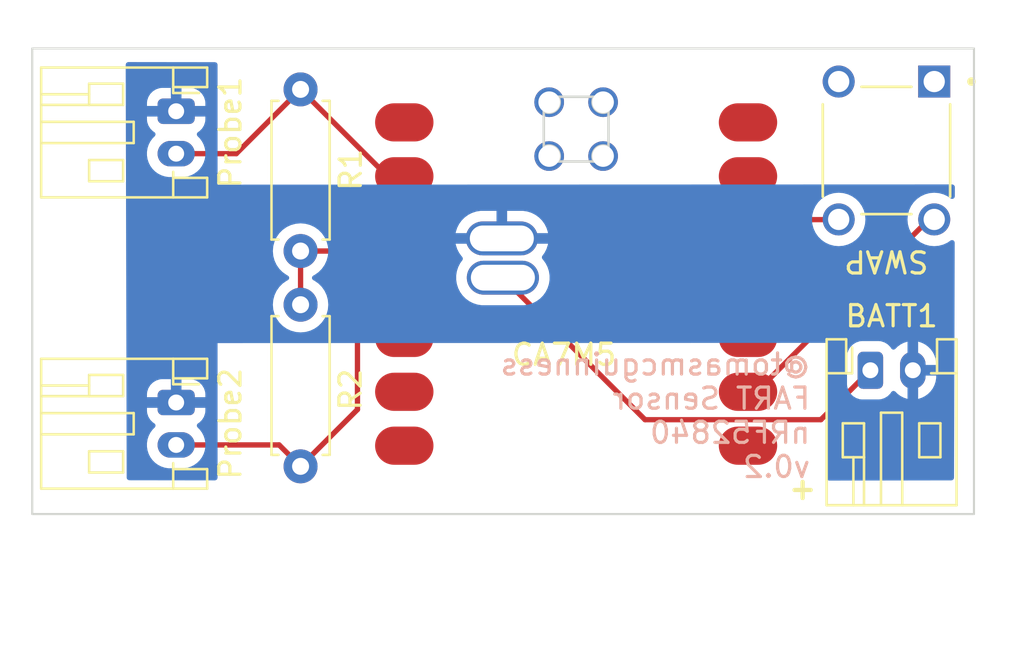
<source format=kicad_pcb>
(kicad_pcb (version 20240108) (generator "pcbnew") (generator_version "8.0")
  (title_block (title "XIAO nRF52840 FART Sensor") (rev "0.2") (company "Cold Bear Ltd"))
  (layers (0 "F.Cu" signal) (31 "B.Cu" signal) (34 "B.Paste" user) (35 "F.Paste" user) (36 "B.SilkS" user "B.Silkscreen") (37 "F.SilkS" user "F.Silkscreen") (38 "B.Mask" user) (39 "F.Mask" user) (44 "Edge.Cuts" user))
  (net 0 "")
  (net 7 "+BATT")
  (net 9 "/reset")
  (net 11 "GND")
  (net 12 "+3.3V")
  (net 13 "/p1reading")
  (net 14 "/p2reading")
  (net 16 "/dividerPower")
  (net 22 "unconnected-(U1-GND-Pad13)")
  (footprint "Connector_JST:JST_PH_S2B-PH-K_1x02_P2.00mm_Horizontal" (layer "F.Cu") (at 60.66 65.66 -90)
    (property "Reference" "Probe2" (at 1 -2.55 90) (layer "F.SilkS"))
    (property "Value" "Conn_01x02_Pin")
    (fp_line (start -2.06 6.36) (end 4.06 6.36) (stroke (width 0.12)) (layer "F.SilkS"))
    (fp_line (start 0.5 6.36) (end 0.5 2) (stroke (width 0.12)) (layer "F.SilkS"))
    (fp_line (start 4.06 6.36) (end 4.06 -1.46) (stroke (width 0.12)) (layer "F.SilkS"))
    (fp_line (start -1.3 4.1) (end -0.3 4.1) (stroke (width 0.12)) (layer "F.SilkS"))
    (fp_line (start -0.8 4.1) (end -0.8 6.36) (stroke (width 0.12)) (layer "F.SilkS"))
    (fp_line (start -0.3 4.1) (end -0.3 6.36) (stroke (width 0.12)) (layer "F.SilkS"))
    (fp_line (start -0.3 4.1) (end -0.3 2.5) (stroke (width 0.12)) (layer "F.SilkS"))
    (fp_line (start 2.3 4.1) (end 2.3 2.5) (stroke (width 0.12)) (layer "F.SilkS"))
    (fp_line (start 3.3 4.1) (end 2.3 4.1) (stroke (width 0.12)) (layer "F.SilkS"))
    (fp_line (start -1.3 2.5) (end -1.3 4.1) (stroke (width 0.12)) (layer "F.SilkS"))
    (fp_line (start -0.3 2.5) (end -1.3 2.5) (stroke (width 0.12)) (layer "F.SilkS"))
    (fp_line (start 2.3 2.5) (end 3.3 2.5) (stroke (width 0.12)) (layer "F.SilkS"))
    (fp_line (start 3.3 2.5) (end 3.3 4.1) (stroke (width 0.12)) (layer "F.SilkS"))
    (fp_line (start 0.5 2) (end 1.5 2) (stroke (width 0.12)) (layer "F.SilkS"))
    (fp_line (start 1.5 2) (end 1.5 6.36) (stroke (width 0.12)) (layer "F.SilkS"))
    (fp_line (start -2.06 0.14) (end -1.14 0.14) (stroke (width 0.12)) (layer "F.SilkS"))
    (fp_line (start -1.14 0.14) (end -1.14 -1.46) (stroke (width 0.12)) (layer "F.SilkS"))
    (fp_line (start -0.86 0.14) (end -1.14 0.14) (stroke (width 0.12)) (layer "F.SilkS"))
    (fp_line (start -0.86 0.14) (end -0.86 -1.075) (stroke (width 0.12)) (layer "F.SilkS"))
    (fp_line (start 3.14 0.14) (end 2.86 0.14) (stroke (width 0.12)) (layer "F.SilkS"))
    (fp_line (start 4.06 0.14) (end 3.14 0.14) (stroke (width 0.12)) (layer "F.SilkS"))
    (fp_line (start -2.06 -1.46) (end -2.06 6.36) (stroke (width 0.12)) (layer "F.SilkS"))
    (fp_line (start -1.14 -1.46) (end -2.06 -1.46) (stroke (width 0.12)) (layer "F.SilkS"))
    (fp_line (start 3.14 -1.46) (end 3.14 0.14) (stroke (width 0.12)) (layer "F.SilkS"))
    (fp_line (start 4.06 -1.46) (end 3.14 -1.46) (stroke (width 0.12)) (layer "F.SilkS"))
    (pad "1" thru_hole roundrect (at 0 0 270) (size 1.2 1.75) (drill 0.75) (layers "*.Cu" "*.Mask") (roundrect_rratio 0.208333) (net 11 "GND"))
    (pad "2" thru_hole oval (at 2 0 270) (size 1.2 1.75) (drill 0.75) (layers "*.Cu" "*.Mask") (net 14 "/p2reading"))
  )
  (footprint "Resistor_THT:R_Axial_DIN0207_L6.3mm_D2.5mm_P7.62mm_Horizontal" (layer "F.Cu") (at 66.52 50.9 -90)
    (property "Reference" "R1" (at 3.79 -2.36 90) (layer "F.SilkS"))
    (property "Value" "10K" (hide yes))
    (fp_line (start 0.54 1.37) (end 7.08 1.37) (stroke (width 0.12)) (layer "F.SilkS"))
    (fp_line (start 7.08 1.37) (end 7.08 1.04) (stroke (width 0.12)) (layer "F.SilkS"))
    (fp_line (start 0.54 1.04) (end 0.54 1.37) (stroke (width 0.12)) (layer "F.SilkS"))
    (fp_line (start 0.54 -1.04) (end 0.54 -1.37) (stroke (width 0.12)) (layer "F.SilkS"))
    (fp_line (start 0.54 -1.37) (end 7.08 -1.37) (stroke (width 0.12)) (layer "F.SilkS"))
    (fp_line (start 7.08 -1.37) (end 7.08 -1.04) (stroke (width 0.12)) (layer "F.SilkS"))
    (pad "1" thru_hole circle (at 0 0 270) (size 1.6 1.6) (drill 0.8) (layers "*.Cu" "*.Mask") (net 13 "/p1reading"))
    (pad "2" thru_hole oval (at 7.62 0 270) (size 1.6 1.6) (drill 0.8) (layers "*.Cu" "*.Mask") (net 16 "/dividerPower"))
  )
  (footprint "Resistor_THT:R_Axial_DIN0207_L6.3mm_D2.5mm_P7.62mm_Horizontal" (layer "F.Cu") (at 66.52 68.67 90)
    (property "Reference" "R2" (at 3.62 2.35 -90) (layer "F.SilkS"))
    (property "Value" "10K" (hide yes))
    (fp_line (start 7.08 -1.37) (end 7.08 -1.04) (stroke (width 0.12)) (layer "F.SilkS"))
    (fp_line (start 0.54 -1.37) (end 7.08 -1.37) (stroke (width 0.12)) (layer "F.SilkS"))
    (fp_line (start 0.54 -1.04) (end 0.54 -1.37) (stroke (width 0.12)) (layer "F.SilkS"))
    (fp_line (start 0.54 1.04) (end 0.54 1.37) (stroke (width 0.12)) (layer "F.SilkS"))
    (fp_line (start 7.08 1.37) (end 7.08 1.04) (stroke (width 0.12)) (layer "F.SilkS"))
    (fp_line (start 0.54 1.37) (end 7.08 1.37) (stroke (width 0.12)) (layer "F.SilkS"))
    (pad "1" thru_hole circle (at 0 0 90) (size 1.6 1.6) (drill 0.8) (layers "*.Cu" "*.Mask") (net 14 "/p2reading"))
    (pad "2" thru_hole oval (at 7.62 0 90) (size 1.6 1.6) (drill 0.8) (layers "*.Cu" "*.Mask") (net 16 "/dividerPower"))
  )
  (footprint "Connector_JST:JST_PH_S2B-PH-K_1x02_P2.00mm_Horizontal" (layer "F.Cu") (at 60.66 51.93 -90)
    (property "Reference" "Probe1" (at 1 -2.55 90) (layer "F.SilkS"))
    (property "Value" "Conn_01x02_Pin")
    (fp_line (start -2.06 6.36) (end 4.06 6.36) (stroke (width 0.12)) (layer "F.SilkS"))
    (fp_line (start 0.5 6.36) (end 0.5 2) (stroke (width 0.12)) (layer "F.SilkS"))
    (fp_line (start 4.06 6.36) (end 4.06 -1.46) (stroke (width 0.12)) (layer "F.SilkS"))
    (fp_line (start -1.3 4.1) (end -0.3 4.1) (stroke (width 0.12)) (layer "F.SilkS"))
    (fp_line (start -0.8 4.1) (end -0.8 6.36) (stroke (width 0.12)) (layer "F.SilkS"))
    (fp_line (start -0.3 4.1) (end -0.3 6.36) (stroke (width 0.12)) (layer "F.SilkS"))
    (fp_line (start -0.3 4.1) (end -0.3 2.5) (stroke (width 0.12)) (layer "F.SilkS"))
    (fp_line (start 2.3 4.1) (end 2.3 2.5) (stroke (width 0.12)) (layer "F.SilkS"))
    (fp_line (start 3.3 4.1) (end 2.3 4.1) (stroke (width 0.12)) (layer "F.SilkS"))
    (fp_line (start -1.3 2.5) (end -1.3 4.1) (stroke (width 0.12)) (layer "F.SilkS"))
    (fp_line (start -0.3 2.5) (end -1.3 2.5) (stroke (width 0.12)) (layer "F.SilkS"))
    (fp_line (start 2.3 2.5) (end 3.3 2.5) (stroke (width 0.12)) (layer "F.SilkS"))
    (fp_line (start 3.3 2.5) (end 3.3 4.1) (stroke (width 0.12)) (layer "F.SilkS"))
    (fp_line (start 0.5 2) (end 1.5 2) (stroke (width 0.12)) (layer "F.SilkS"))
    (fp_line (start 1.5 2) (end 1.5 6.36) (stroke (width 0.12)) (layer "F.SilkS"))
    (fp_line (start -2.06 0.14) (end -1.14 0.14) (stroke (width 0.12)) (layer "F.SilkS"))
    (fp_line (start -1.14 0.14) (end -1.14 -1.46) (stroke (width 0.12)) (layer "F.SilkS"))
    (fp_line (start -0.86 0.14) (end -1.14 0.14) (stroke (width 0.12)) (layer "F.SilkS"))
    (fp_line (start -0.86 0.14) (end -0.86 -1.075) (stroke (width 0.12)) (layer "F.SilkS"))
    (fp_line (start 3.14 0.14) (end 2.86 0.14) (stroke (width 0.12)) (layer "F.SilkS"))
    (fp_line (start 4.06 0.14) (end 3.14 0.14) (stroke (width 0.12)) (layer "F.SilkS"))
    (fp_line (start -2.06 -1.46) (end -2.06 6.36) (stroke (width 0.12)) (layer "F.SilkS"))
    (fp_line (start -1.14 -1.46) (end -2.06 -1.46) (stroke (width 0.12)) (layer "F.SilkS"))
    (fp_line (start 3.14 -1.46) (end 3.14 0.14) (stroke (width 0.12)) (layer "F.SilkS"))
    (fp_line (start 4.06 -1.46) (end 3.14 -1.46) (stroke (width 0.12)) (layer "F.SilkS"))
    (pad "1" thru_hole roundrect (at 0 0 270) (size 1.2 1.75) (drill 0.75) (layers "*.Cu" "*.Mask") (roundrect_rratio 0.208333) (net 11 "GND"))
    (pad "2" thru_hole oval (at 2 0 270) (size 1.2 1.75) (drill 0.75) (layers "*.Cu" "*.Mask") (net 13 "/p1reading"))
  )
  (footprint "Connector_JST:JST_PH_S2B-PH-K_1x02_P2.00mm_Horizontal" (layer "F.Cu") (at 93.36 64.14)
    (property "Reference" "BATT1" (at 1 -2.55 0) (layer "F.SilkS"))
    (property "Value" "Conn_01x02_Pin")
    (fp_line (start -2.06 -1.46) (end -2.06 6.36) (stroke (width 0.12)) (layer "F.SilkS"))
    (fp_line (start -2.06 0.14) (end -1.14 0.14) (stroke (width 0.12)) (layer "F.SilkS"))
    (fp_line (start -2.06 6.36) (end 4.06 6.36) (stroke (width 0.12)) (layer "F.SilkS"))
    (fp_line (start -1.3 2.5) (end -1.3 4.1) (stroke (width 0.12)) (layer "F.SilkS"))
    (fp_line (start -1.3 4.1) (end -0.3 4.1) (stroke (width 0.12)) (layer "F.SilkS"))
    (fp_line (start -1.14 -1.46) (end -2.06 -1.46) (stroke (width 0.12)) (layer "F.SilkS"))
    (fp_line (start -1.14 0.14) (end -1.14 -1.46) (stroke (width 0.12)) (layer "F.SilkS"))
    (fp_line (start -0.86 0.14) (end -1.14 0.14) (stroke (width 0.12)) (layer "F.SilkS"))
    (fp_line (start -0.86 0.14) (end -0.86 -1.075) (stroke (width 0.12)) (layer "F.SilkS"))
    (fp_line (start -0.8 4.1) (end -0.8 6.36) (stroke (width 0.12)) (layer "F.SilkS"))
    (fp_line (start -0.3 2.5) (end -1.3 2.5) (stroke (width 0.12)) (layer "F.SilkS"))
    (fp_line (start -0.3 4.1) (end -0.3 2.5) (stroke (width 0.12)) (layer "F.SilkS"))
    (fp_line (start -0.3 4.1) (end -0.3 6.36) (stroke (width 0.12)) (layer "F.SilkS"))
    (fp_line (start 0.5 2) (end 1.5 2) (stroke (width 0.12)) (layer "F.SilkS"))
    (fp_line (start 0.5 6.36) (end 0.5 2) (stroke (width 0.12)) (layer "F.SilkS"))
    (fp_line (start 1.5 2) (end 1.5 6.36) (stroke (width 0.12)) (layer "F.SilkS"))
    (fp_line (start 2.3 2.5) (end 3.3 2.5) (stroke (width 0.12)) (layer "F.SilkS"))
    (fp_line (start 2.3 4.1) (end 2.3 2.5) (stroke (width 0.12)) (layer "F.SilkS"))
    (fp_line (start 3.14 -1.46) (end 3.14 0.14) (stroke (width 0.12)) (layer "F.SilkS"))
    (fp_line (start 3.14 0.14) (end 2.86 0.14) (stroke (width 0.12)) (layer "F.SilkS"))
    (fp_line (start 3.3 2.5) (end 3.3 4.1) (stroke (width 0.12)) (layer "F.SilkS"))
    (fp_line (start 3.3 4.1) (end 2.3 4.1) (stroke (width 0.12)) (layer "F.SilkS"))
    (fp_line (start 4.06 -1.46) (end 3.14 -1.46) (stroke (width 0.12)) (layer "F.SilkS"))
    (fp_line (start 4.06 0.14) (end 3.14 0.14) (stroke (width 0.12)) (layer "F.SilkS"))
    (fp_line (start 4.06 6.36) (end 4.06 -1.46) (stroke (width 0.12)) (layer "F.SilkS"))
    (pad "1" thru_hole roundrect (at 0 0) (size 1.2 1.75) (drill 0.75) (layers "*.Cu" "*.Mask") (roundrect_rratio 0.208333) (net 7 "+BATT"))
    (pad "2" thru_hole oval (at 2 0) (size 1.2 1.75) (drill 0.75) (layers "*.Cu" "*.Mask") (net 11 "GND"))
  )
  (footprint "Kleeb:xiao-ble-smd-cutout" (layer "F.Cu") (at 79.5 60.074907)
    (property "Reference" "U1" (hide yes))
    (property "Value" "xiao-ble" (hide yes))
    (fp_line (start -1.524 -6.4638) (end -1.524 -8.1402) (stroke (width 0.12)) (layer "Edge.Cuts"))
    (fp_line (start -0.8382 -8.826) (end 0.8382 -8.826) (stroke (width 0.12)) (layer "Edge.Cuts"))
    (fp_line (start -0.8382 -5.778) (end 0.8382 -5.778) (stroke (width 0.12)) (layer "Edge.Cuts"))
    (fp_line (start 1.524 -6.4638) (end 1.524 -8.1402) (stroke (width 0.12)) (layer "Edge.Cuts"))
    (fp_arc (start -1.524 -6.4638) (mid -0.920391 -6.381609) (end -0.8382 -5.778) (stroke (width 0.12)) (layer "Edge.Cuts"))
    (fp_arc (start -0.8382 -8.826) (mid -0.920391 -8.222391) (end -1.524 -8.1402) (stroke (width 0.12)) (layer "Edge.Cuts"))
    (fp_arc (start 0.8382 -5.778) (mid 0.920391 -6.381609) (end 1.524 -6.4638) (stroke (width 0.12)) (layer "Edge.Cuts"))
    (fp_arc (start 1.524 -8.1402) (mid 0.920393 -8.222393) (end 0.8382 -8.826) (stroke (width 0.12)) (layer "Edge.Cuts"))
    (pad "1" smd oval (at -8.56996 -7.62 180) (size 2.75 1.8) (drill (offset -0.475 0)) (layers "F.Cu" "F.Paste" "F.Mask"))
    (pad "2" smd oval (at -8.56996 -5.08 180) (size 2.75 1.8) (drill (offset -0.475 0)) (layers "F.Cu" "F.Paste" "F.Mask") (net 13 "/p1reading"))
    (pad "3" smd oval (at -8.56996 -2.54 180) (size 2.75 1.8) (drill (offset -0.475 0)) (layers "F.Cu" "F.Paste" "F.Mask") (net 16 "/dividerPower"))
    (pad "4" smd oval (at -8.56996 0 180) (size 2.75 1.8) (drill (offset -0.475 0)) (layers "F.Cu" "F.Paste" "F.Mask") (net 14 "/p2reading"))
    (pad "5" smd oval (at -8.56996 2.54 180) (size 2.75 1.8) (drill (offset -0.475 0)) (layers "F.Cu" "F.Paste" "F.Mask"))
    (pad "6" smd oval (at -8.56996 5.08 180) (size 2.75 1.8) (drill (offset -0.475 0)) (layers "F.Cu" "F.Paste" "F.Mask"))
    (pad "7" smd oval (at -8.56996 7.62 180) (size 2.75 1.8) (drill (offset -0.475 0)) (layers "F.Cu" "F.Paste" "F.Mask"))
    (pad "8" smd oval (at 8.56996 7.62) (size 2.75 1.8) (drill (offset -0.475 0)) (layers "F.Cu" "F.Paste" "F.Mask"))
    (pad "9" smd oval (at 8.56996 5.08) (size 2.75 1.8) (drill (offset -0.475 0)) (layers "F.Cu" "F.Paste" "F.Mask") (net 9 "/reset"))
    (pad "10" smd oval (at 8.56996 2.54) (size 2.75 1.8) (drill (offset -0.475 0)) (layers "F.Cu" "F.Paste" "F.Mask"))
    (pad "11" smd oval (at 8.56996 0) (size 2.75 1.8) (drill (offset -0.475 0)) (layers "F.Cu" "F.Paste" "F.Mask"))
    (pad "12" smd oval (at 8.56996 -2.54) (size 2.75 1.8) (drill (offset -0.475 0)) (layers "F.Cu" "F.Paste" "F.Mask") (net 12 "+3.3V"))
    (pad "13" smd oval (at 8.56996 -5.08) (size 2.75 1.8) (drill (offset -0.475 0)) (layers "F.Cu" "F.Paste" "F.Mask") (net 22 "unconnected-(U1-GND-Pad13)"))
    (pad "14" smd oval (at 8.56996 -7.62) (size 2.75 1.8) (drill (offset -0.475 0)) (layers "F.Cu" "F.Paste" "F.Mask"))
    (pad "15" thru_hole circle (at -1.27 -8.572 90) (size 1.397 1.397) (drill 1.016) (layers "*.Cu" "*.Mask"))
    (pad "16" thru_hole circle (at 1.27 -8.572 90) (size 1.397 1.397) (drill 1.016) (layers "*.Cu" "*.Mask"))
    (pad "17" thru_hole circle (at -1.27 -6.032 90) (size 1.397 1.397) (drill 1.016) (layers "*.Cu" "*.Mask"))
    (pad "18" thru_hole circle (at 1.27 -6.032 90) (size 1.397 1.397) (drill 1.016) (layers "*.Cu" "*.Mask"))
    (pad "19" thru_hole oval (at -3.45 -0.3 180) (size 3.397 1.597) (drill oval 3.016 1.216) (layers "*.Cu" "*.Mask") (net 7 "+BATT"))
    (pad "20" thru_hole oval (at -3.5 -2.15 180) (size 3.397 1.597) (drill oval 3.016 1.216) (layers "*.Cu" "*.Mask") (net 11 "GND"))
  )
  (footprint "TS02-66-55-BK-100-LCR-D:SW_TS02-66-55-BK-100-LCR-D" (layer "F.Cu") (at 94.1175 53.78 -90)
    (property "Reference" "S1" (hide yes))
    (property "Value" "TS02-66-55-BK-100-LCR-D")
    (fp_line (start -2.176 3) (end 2.176 3) (stroke (width 0.127)) (layer "F.SilkS"))
    (fp_line (start -3 -1.176) (end -3 1.176) (stroke (width 0.127)) (layer "F.SilkS"))
    (fp_line (start 3 -1.176) (end 3 1.176) (stroke (width 0.127)) (layer "F.SilkS"))
    (fp_line (start -2.176 -3) (end 2.176 -3) (stroke (width 0.127)) (layer "F.SilkS"))
    (fp_circle (center -3.25 -4.004) (end -3.15 -4.004) (stroke (width 0.2)) (fill none) (layer "F.SilkS"))
    (pad "1" thru_hole rect (at -3.25 -2.25 270) (size 1.508 1.508) (drill 1) (layers "*.Cu" "*.Mask"))
    (pad "2" thru_hole circle (at 3.25 -2.25 270) (size 1.508 1.508) (drill 1) (layers "*.Cu" "*.Mask") (net 9 "/reset"))
    (pad "3" thru_hole circle (at -3.25 2.25 270) (size 1.508 1.508) (drill 1) (layers "*.Cu" "*.Mask"))
    (pad "4" thru_hole circle (at 3.25 2.25 270) (size 1.508 1.508) (drill 1) (layers "*.Cu" "*.Mask") (net 12 "+3.3V"))
  )
  (gr_rect (start 53.88 48.97) (end 98.24 70.92) (stroke (width 0.1)) (fill none) (layer "Edge.Cuts"))
  (gr_text "@tomasmcguinness\nFART Sensor \nnRF52840\nv${REVISION}" (at 90.61 69.28 0) (layer "B.SilkS") (effects (font (size 1 1)) (justify left bottom mirror)))
  (gr_text "CA7M5" (at 81.48 63.99 0) (layer "F.SilkS") (effects (font (size 1 1)) (justify right bottom)))
  (gr_text "+" (at 90.92 69.27 180) (layer "F.SilkS") (effects (font (size 1 1) (thickness 0.2) (bold yes)) (justify left bottom)))
  (gr_text "SWAP" (at 94.11 59.01 180) (layer "F.SilkS") (effects (font (size 1 1))))
  (segment (start 91.030093 66.469907) (end 93.36 64.14) (width 0.25) (layer "F.Cu") (net 7))
  (segment (start 75.055 59.757907) (end 75.06 59.762907) (width 0.5) (layer "F.Cu") (net 7))
  (segment (start 82.745 66.469907) (end 91.030093 66.469907) (width 0.25) (layer "F.Cu") (net 7))
  (segment (start 76.05 59.774907) (end 82.745 66.469907) (width 0.25) (layer "F.Cu") (net 7))
  (segment (start 88.06996 65.08004) (end 88.06996 65.154907) (width 0.25) (layer "F.Cu") (net 9))
  (segment (start 96.15 57) (end 88.06996 65.08004) (width 0.25) (layer "F.Cu") (net 9))
  (segment (start 88.06996 57.534907) (end 88.564867 57.04) (width 0.25) (layer "F.Cu") (net 12))
  (segment (start 88.564867 57.04) (end 91.6475 57.04) (width 0.25) (layer "F.Cu") (net 12))
  (segment (start 88.06996 57.534907) (end 88.144907 57.534907) (width 0.25) (layer "F.Cu") (net 12))
  (segment (start 88.06996 57.534907) (end 88.505053 57.97) (width 0.25) (layer "F.Cu") (net 12))
  (segment (start 70.505093 54.994907) (end 70.93004 54.994907) (width 0.25) (layer "F.Cu") (net 13))
  (segment (start 70.614907 54.994907) (end 66.52 50.9) (width 0.25) (layer "F.Cu") (net 13))
  (segment (start 63.49 53.93) (end 66.52 50.9) (width 0.25) (layer "F.Cu") (net 13))
  (segment (start 60.66 53.93) (end 63.49 53.93) (width 0.25) (layer "F.Cu") (net 13))
  (segment (start 70.93004 54.994907) (end 70.614907 54.994907) (width 0.25) (layer "F.Cu") (net 13))
  (segment (start 60.66 67.66) (end 65.51 67.66) (width 0.25) (layer "F.Cu") (net 14))
  (segment (start 69.2 65.99) (end 69.2 61.97) (width 0.25) (layer "F.Cu") (net 14))
  (segment (start 65.51 67.66) (end 66.52 68.67) (width 0.25) (layer "F.Cu") (net 14))
  (segment (start 70.93004 60.23996) (end 70.93004 60.074907) (width 0.25) (layer "F.Cu") (net 14))
  (segment (start 66.52 68.67) (end 69.2 65.99) (width 0.25) (layer "F.Cu") (net 14))
  (segment (start 69.2 61.97) (end 70.93004 60.23996) (width 0.25) (layer "F.Cu") (net 14))
  (segment (start 70.93004 57.534907) (end 69.944947 58.52) (width 0.25) (layer "F.Cu") (net 16))
  (segment (start 69.944947 58.52) (end 66.52 58.52) (width 0.25) (layer "F.Cu") (net 16))
  (segment (start 66.5 58.5) (end 67 58.5) (width 0.25) (layer "F.Cu") (net 16))
  (segment (start 66.5 58.5) (end 66.5 58.37) (width 0.25) (layer "F.Cu") (net 16))
  (segment (start 66.52 58.52) (end 66.52 61.05) (width 0.25) (layer "F.Cu") (net 16))
  (segment (start 88.025053 54.95) (end 88.06996 54.994907) (width 0.25) (layer "F.Cu") (net 22))
  (zone (net 11) (net_name "GND") (layer "B.Cu") (connect_pads (clearance 0.5)) (min_thickness 0.25) (fill yes (thermal_gap 0.5) (thermal_bridge_width 0.5))
    (polygon (pts (xy 58.282552 49.611324) (xy 58.329332 69.326302) (xy 62.61 69.331649) (xy 62.61 62.859516) (xy 91.29 62.849001) (xy 91.29 69.34) (xy 97.3 69.331177) (xy 97.34 55.38) (xy 62.61 55.390331) (xy 62.61 49.616075)))
  )
)
</source>
